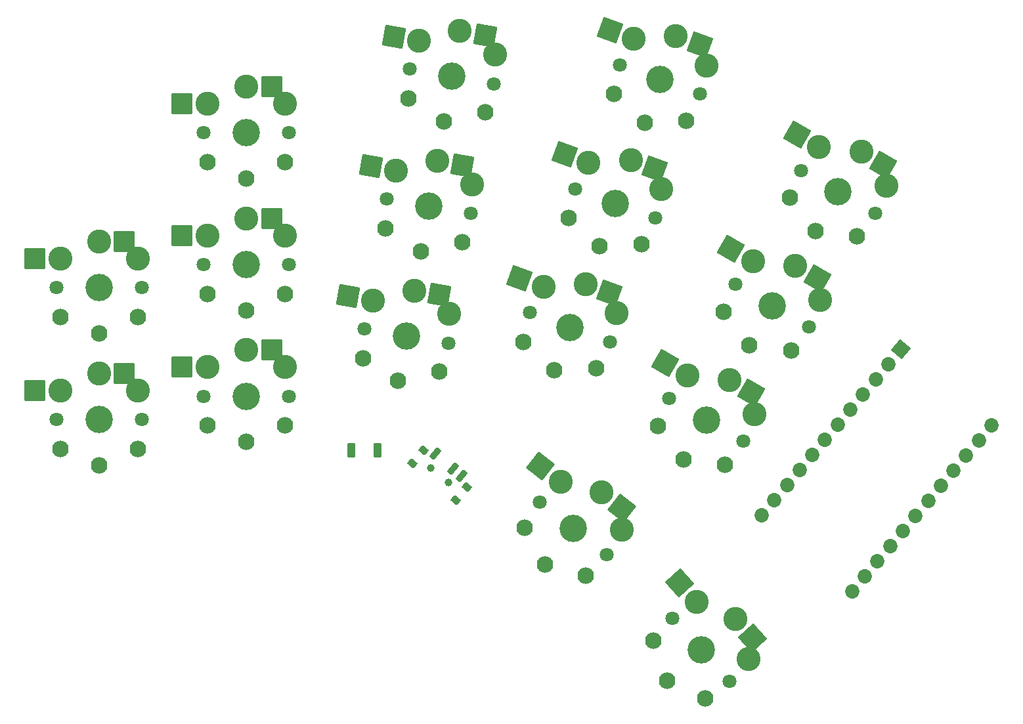
<source format=gbr>
%TF.GenerationSoftware,KiCad,Pcbnew,(6.0.5)*%
%TF.CreationDate,2022-05-06T01:30:31+03:00*%
%TF.ProjectId,main,6d61696e-2e6b-4696-9361-645f70636258,v1.0.0*%
%TF.SameCoordinates,Original*%
%TF.FileFunction,Soldermask,Top*%
%TF.FilePolarity,Negative*%
%FSLAX46Y46*%
G04 Gerber Fmt 4.6, Leading zero omitted, Abs format (unit mm)*
G04 Created by KiCad (PCBNEW (6.0.5)) date 2022-05-06 01:30:31*
%MOMM*%
%LPD*%
G01*
G04 APERTURE LIST*
G04 Aperture macros list*
%AMRoundRect*
0 Rectangle with rounded corners*
0 $1 Rounding radius*
0 $2 $3 $4 $5 $6 $7 $8 $9 X,Y pos of 4 corners*
0 Add a 4 corners polygon primitive as box body*
4,1,4,$2,$3,$4,$5,$6,$7,$8,$9,$2,$3,0*
0 Add four circle primitives for the rounded corners*
1,1,$1+$1,$2,$3*
1,1,$1+$1,$4,$5*
1,1,$1+$1,$6,$7*
1,1,$1+$1,$8,$9*
0 Add four rect primitives between the rounded corners*
20,1,$1+$1,$2,$3,$4,$5,0*
20,1,$1+$1,$4,$5,$6,$7,0*
20,1,$1+$1,$6,$7,$8,$9,0*
20,1,$1+$1,$8,$9,$2,$3,0*%
G04 Aperture macros list end*
%ADD10C,3.529000*%
%ADD11C,1.801800*%
%ADD12C,3.100000*%
%ADD13RoundRect,0.050000X-1.300000X-1.300000X1.300000X-1.300000X1.300000X1.300000X-1.300000X1.300000X0*%
%ADD14C,2.132000*%
%ADD15RoundRect,0.050000X-1.505993X-1.054507X1.054507X-1.505993X1.505993X1.054507X-1.054507X1.505993X0*%
%ADD16RoundRect,0.050000X-1.666227X-0.776974X0.776974X-1.666227X1.666227X0.776974X-0.776974X1.666227X0*%
%ADD17RoundRect,0.050000X-1.775833X-0.475833X0.475833X-1.775833X1.775833X0.475833X-0.475833X1.775833X0*%
%ADD18RoundRect,0.050000X-1.824774X-0.224054X0.224054X-1.824774X1.824774X0.224054X-0.224054X1.824774X0*%
%ADD19RoundRect,0.050000X-1.835958X0.096218X-0.096218X-1.835958X1.835958X-0.096218X0.096218X1.835958X0*%
%ADD20C,1.852600*%
%ADD21RoundRect,0.050000X-0.108010X1.234560X-1.234560X-0.108010X0.108010X-1.234560X1.234560X0.108010X0*%
%ADD22C,1.000000*%
%ADD23RoundRect,0.050000X-0.750206X-0.349558X-0.213975X-0.799509X0.750206X0.349558X0.213975X0.799509X0*%
%ADD24RoundRect,0.050000X-0.640137X0.014976X0.125907X-0.627812X0.640137X-0.014976X-0.125907X0.627812X0*%
%ADD25RoundRect,0.050000X-0.450000X-0.850000X0.450000X-0.850000X0.450000X0.850000X-0.450000X0.850000X0*%
G04 APERTURE END LIST*
D10*
%TO.C,S1*%
X184220000Y-140774872D03*
D11*
X189720000Y-140774872D03*
X178720000Y-140774872D03*
D12*
X189220000Y-137024872D03*
X184220000Y-134824872D03*
X179220000Y-137024872D03*
X184220000Y-134824872D03*
D13*
X187495000Y-134824872D03*
X175945000Y-137024872D03*
%TD*%
D10*
%TO.C,S2*%
X184220000Y-140774872D03*
D11*
X178720000Y-140774872D03*
X189720000Y-140774872D03*
D14*
X179220000Y-144574872D03*
X184220000Y-146674872D03*
X189220000Y-144574872D03*
X184220000Y-146674872D03*
%TD*%
D10*
%TO.C,S3*%
X184220000Y-123774872D03*
D11*
X189720000Y-123774872D03*
X178720000Y-123774872D03*
D12*
X189220000Y-120024872D03*
X184220000Y-117824872D03*
X179220000Y-120024872D03*
X184220000Y-117824872D03*
D13*
X187495000Y-117824872D03*
X175945000Y-120024872D03*
%TD*%
D10*
%TO.C,S4*%
X184220000Y-123774872D03*
D11*
X178720000Y-123774872D03*
X189720000Y-123774872D03*
D14*
X179220000Y-127574872D03*
X184220000Y-129674872D03*
X189220000Y-127574872D03*
X184220000Y-129674872D03*
%TD*%
D10*
%TO.C,S5*%
X203220000Y-137774872D03*
D11*
X208720000Y-137774872D03*
X197720000Y-137774872D03*
D12*
X208220000Y-134024872D03*
X203220000Y-131824872D03*
X198220000Y-134024872D03*
X203220000Y-131824872D03*
D13*
X206495000Y-131824872D03*
X194945000Y-134024872D03*
%TD*%
D10*
%TO.C,S6*%
X203220000Y-137774872D03*
D11*
X197720000Y-137774872D03*
X208720000Y-137774872D03*
D14*
X198220000Y-141574872D03*
X203220000Y-143674872D03*
X208220000Y-141574872D03*
X203220000Y-143674872D03*
%TD*%
D10*
%TO.C,S7*%
X203220000Y-120774872D03*
D11*
X208720000Y-120774872D03*
X197720000Y-120774872D03*
D12*
X208220000Y-117024872D03*
X203220000Y-114824872D03*
X198220000Y-117024872D03*
X203220000Y-114824872D03*
D13*
X206495000Y-114824872D03*
X194945000Y-117024872D03*
%TD*%
D10*
%TO.C,S8*%
X203220000Y-120774872D03*
D11*
X197720000Y-120774872D03*
X208720000Y-120774872D03*
D14*
X198220000Y-124574872D03*
X203220000Y-126674872D03*
X208220000Y-124574872D03*
X203220000Y-126674872D03*
%TD*%
D10*
%TO.C,S9*%
X203220000Y-103774872D03*
D11*
X208720000Y-103774872D03*
X197720000Y-103774872D03*
D12*
X208220000Y-100024872D03*
X203220000Y-97824872D03*
X198220000Y-100024872D03*
X203220000Y-97824872D03*
D13*
X206495000Y-97824872D03*
X194945000Y-100024872D03*
%TD*%
D10*
%TO.C,S10*%
X203220000Y-103774872D03*
D11*
X197720000Y-103774872D03*
X208720000Y-103774872D03*
D14*
X198220000Y-107574872D03*
X203220000Y-109674872D03*
X208220000Y-107574872D03*
X203220000Y-109674872D03*
%TD*%
D10*
%TO.C,S11*%
X223824723Y-130002756D03*
D11*
X229241166Y-130957821D03*
X218408280Y-129047691D03*
D12*
X229399942Y-127177968D03*
X224857930Y-124143150D03*
X219551865Y-125441486D03*
X224857930Y-124143150D03*
D15*
X228083175Y-124711848D03*
X216326620Y-124872788D03*
%TD*%
D10*
%TO.C,S12*%
X223824723Y-130002756D03*
D11*
X218408280Y-129047691D03*
X229241166Y-130957821D03*
D14*
X218240821Y-132876785D03*
X222800199Y-135813122D03*
X228088899Y-134613266D03*
X222800199Y-135813122D03*
%TD*%
D10*
%TO.C,S13*%
X226776742Y-113261024D03*
D11*
X232193185Y-114216089D03*
X221360299Y-112305959D03*
D12*
X232351961Y-110436236D03*
X227809949Y-107401418D03*
X222503884Y-108699754D03*
X227809949Y-107401418D03*
D15*
X231035194Y-107970116D03*
X219278639Y-108131056D03*
%TD*%
D10*
%TO.C,S14*%
X226776742Y-113261024D03*
D11*
X221360299Y-112305959D03*
X232193185Y-114216089D03*
D14*
X221192840Y-116135053D03*
X225752218Y-119071390D03*
X231040918Y-117871534D03*
X225752218Y-119071390D03*
%TD*%
D10*
%TO.C,S15*%
X229728761Y-96519292D03*
D11*
X235145204Y-97474357D03*
X224312318Y-95564227D03*
D12*
X235303980Y-93694504D03*
X230761968Y-90659686D03*
X225455903Y-91958022D03*
X230761968Y-90659686D03*
D15*
X233987213Y-91228384D03*
X222230658Y-91389324D03*
%TD*%
D10*
%TO.C,S16*%
X229728761Y-96519292D03*
D11*
X224312318Y-95564227D03*
X235145204Y-97474357D03*
D14*
X224144859Y-99393321D03*
X228704237Y-102329658D03*
X233992937Y-101129802D03*
X228704237Y-102329658D03*
%TD*%
D10*
%TO.C,S17*%
X244945083Y-128881111D03*
D11*
X250113392Y-130762222D03*
X239776774Y-127000000D03*
D12*
X250926122Y-127067364D03*
X246980103Y-123289940D03*
X241529195Y-123647163D03*
X246980103Y-123289940D03*
D16*
X250057596Y-124410056D03*
X238451702Y-122527047D03*
%TD*%
D10*
%TO.C,S18*%
X244945083Y-128881111D03*
D11*
X239776774Y-127000000D03*
X250113392Y-130762222D03*
D14*
X238946943Y-130741842D03*
X242927164Y-134425297D03*
X248343870Y-134162044D03*
X242927164Y-134425297D03*
%TD*%
D10*
%TO.C,S19*%
X250759425Y-112906336D03*
D11*
X255927734Y-114787447D03*
X245591116Y-111025225D03*
D12*
X256740464Y-111092589D03*
X252794445Y-107315165D03*
X247343537Y-107672388D03*
X252794445Y-107315165D03*
D16*
X255871938Y-108435281D03*
X244266044Y-106552272D03*
%TD*%
D10*
%TO.C,S20*%
X250759425Y-112906336D03*
D11*
X245591116Y-111025225D03*
X255927734Y-114787447D03*
D14*
X244761285Y-114767067D03*
X248741506Y-118450522D03*
X254158212Y-118187269D03*
X248741506Y-118450522D03*
%TD*%
D10*
%TO.C,S21*%
X256573767Y-96931562D03*
D11*
X261742076Y-98812673D03*
X251405458Y-95050451D03*
D12*
X262554806Y-95117815D03*
X258608787Y-91340391D03*
X253157879Y-91697614D03*
X258608787Y-91340391D03*
D16*
X261686280Y-92460507D03*
X250080386Y-90577498D03*
%TD*%
D10*
%TO.C,S22*%
X256573767Y-96931562D03*
D11*
X251405458Y-95050451D03*
X261742076Y-98812673D03*
D14*
X250575627Y-98792293D03*
X254555848Y-102475748D03*
X259972554Y-102212495D03*
X254555848Y-102475748D03*
%TD*%
D10*
%TO.C,S23*%
X262519147Y-140840945D03*
D11*
X267282287Y-143590945D03*
X257756007Y-138090945D03*
D12*
X268724274Y-140093350D03*
X265494147Y-135688094D03*
X260064020Y-135093350D03*
X265494147Y-135688094D03*
D17*
X268330380Y-137325594D03*
X257227787Y-133455850D03*
%TD*%
D10*
%TO.C,S24*%
X262519147Y-140840945D03*
D11*
X257756007Y-138090945D03*
X267282287Y-143590945D03*
D14*
X256289020Y-141631842D03*
X259569147Y-145950495D03*
X264949274Y-146631842D03*
X259569147Y-145950495D03*
%TD*%
D17*
%TO.C,S25*%
X265727787Y-118733418D03*
X276830380Y-122603162D03*
D12*
X273994147Y-120965662D03*
X268564020Y-120370918D03*
X273994147Y-120965662D03*
X277224274Y-125370918D03*
D11*
X266256007Y-123368513D03*
X275782287Y-128868513D03*
D10*
X271019147Y-126118513D03*
%TD*%
D14*
%TO.C,S26*%
X268069147Y-131228063D03*
X273449274Y-131909410D03*
X268069147Y-131228063D03*
X264789020Y-126909410D03*
D11*
X275782287Y-128868513D03*
X266256007Y-123368513D03*
D10*
X271019147Y-126118513D03*
%TD*%
D17*
%TO.C,S27*%
X274227787Y-104010986D03*
X285330380Y-107880730D03*
D12*
X282494147Y-106243230D03*
X277064020Y-105648486D03*
X282494147Y-106243230D03*
X285724274Y-110648486D03*
D11*
X274756007Y-108646081D03*
X284282287Y-114146081D03*
D10*
X279519147Y-111396081D03*
%TD*%
D14*
%TO.C,S28*%
X276569147Y-116505631D03*
X281949274Y-117186978D03*
X276569147Y-116505631D03*
X273289020Y-112186978D03*
D11*
X284282287Y-114146081D03*
X274756007Y-108646081D03*
D10*
X279519147Y-111396081D03*
%TD*%
%TO.C,S29*%
X245349199Y-154856582D03*
D11*
X249683258Y-158242720D03*
X241015140Y-151470444D03*
D12*
X251597983Y-154979849D03*
X249012385Y-150167918D03*
X243717876Y-148823234D03*
X249012385Y-150167918D03*
D18*
X251593120Y-152184209D03*
X241137141Y-146806943D03*
%TD*%
D10*
%TO.C,S30*%
X245349199Y-154856582D03*
D11*
X241015140Y-151470444D03*
X249683258Y-158242720D03*
D14*
X239069632Y-154772715D03*
X241716796Y-159505845D03*
X246949739Y-160929330D03*
X241716796Y-159505845D03*
%TD*%
D10*
%TO.C,S31*%
X261844936Y-170507239D03*
D11*
X265525154Y-174594536D03*
X258164718Y-166419942D03*
D12*
X267977382Y-171713723D03*
X266266648Y-166525912D03*
X261286076Y-164282275D03*
X266266648Y-166525912D03*
D19*
X268458050Y-168959711D03*
X259094673Y-161848476D03*
%TD*%
D10*
%TO.C,S32*%
X261844936Y-170507239D03*
D11*
X258164718Y-166419942D03*
X265525154Y-174594536D03*
D14*
X255675333Y-169334211D03*
X257460382Y-174455110D03*
X262366639Y-176765659D03*
X257460382Y-174455110D03*
%TD*%
D20*
%TO.C,MCU1*%
X281337516Y-162919682D03*
X282970196Y-160973930D03*
X284602877Y-159028177D03*
X286235557Y-157082424D03*
X287868238Y-155136671D03*
X289500918Y-153190918D03*
X291133599Y-151245165D03*
X292766279Y-149299412D03*
X294398960Y-147353659D03*
X296031641Y-145407906D03*
X297664321Y-143462154D03*
X299297002Y-141516401D03*
X269662998Y-153123599D03*
X271295679Y-151177846D03*
X272928359Y-149232094D03*
X274561040Y-147286341D03*
X276193721Y-145340588D03*
X277826401Y-143394835D03*
X279459082Y-141449082D03*
X281091762Y-139503329D03*
X282724443Y-137557576D03*
X284357123Y-135611823D03*
X285989804Y-133666070D03*
D21*
X287622484Y-131720318D03*
%TD*%
D22*
%TO.C,*%
X226993501Y-147012302D03*
X229291635Y-148940665D03*
D23*
X227550274Y-145181973D03*
X229848408Y-147110336D03*
X230997474Y-148074518D03*
D24*
X224639440Y-146472958D03*
X230231564Y-151165307D03*
X231652125Y-149472349D03*
X226060000Y-144780000D03*
D22*
X226993501Y-147012302D03*
X229291635Y-148940665D03*
%TD*%
D25*
%TO.C,*%
X220140000Y-144780000D03*
X216740000Y-144780000D03*
%TD*%
M02*

</source>
